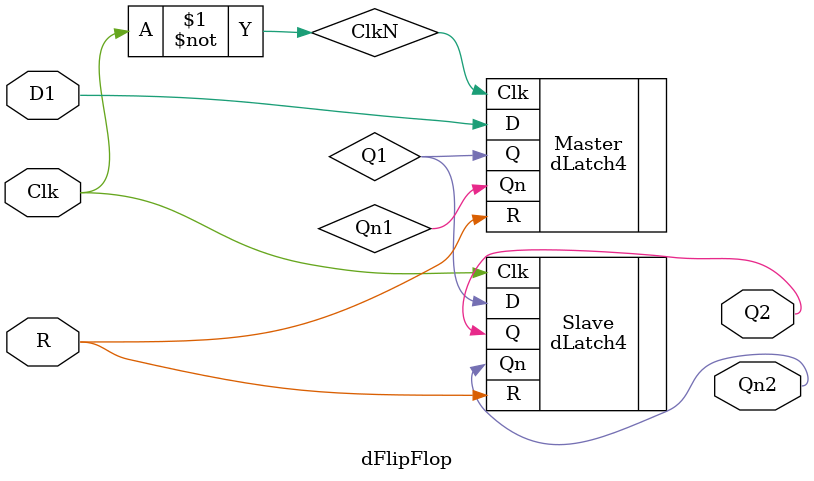
<source format=sv>
`ifndef dFlipFlop
`define dFlipFlop


`include "dLatch4.sv"

module dFlipFlop (D1, Clk, R, Q2, Qn2);

    input D1, Clk, R;
    output Q2, Qn2;
    
    wire D1, R, Clk, ClkN;
    wire Q1, Qn1, Q2, Qn2;
    
    
    not (ClkN, Clk);
    
    dLatch4 Master (
        .D(D1),
        .Clk(ClkN),
        .R(R),
        .Q(Q1),
        .Qn(Qn1)
    );
    
    dLatch4 Slave (
        .D(Q1),
        .Clk(Clk),
        .R(R),
        .Q(Q2),
        .Qn(Qn2)
    );

endmodule

`endif 
</source>
